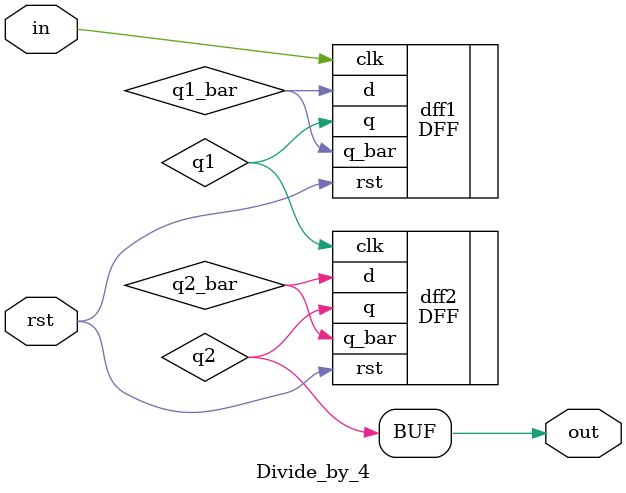
<source format=v>
`include "DFF.v"

module Divide_by_4 (
    input wire in,
    input wire rst,
    output wire out
);
    wire q1, q1_bar;
    wire q2, q2_bar;

    // Stage 1: Divide by 2
    DFF dff1 (
        .clk(in),
        .rst(rst),
        .d(q1_bar), // Feedback inverted output
        .q(q1),
        .q_bar(q1_bar)
    );

    // Stage 2: Divide by 2 (Clocked by output of Stage 1)
    DFF dff2 (
        .clk(q1),
        .rst(rst),
        .d(q2_bar), // Feedback inverted output
        .q(q2), // Output is "out"
        .q_bar(q2_bar)
    );

    assign out = q2;
endmodule

</source>
